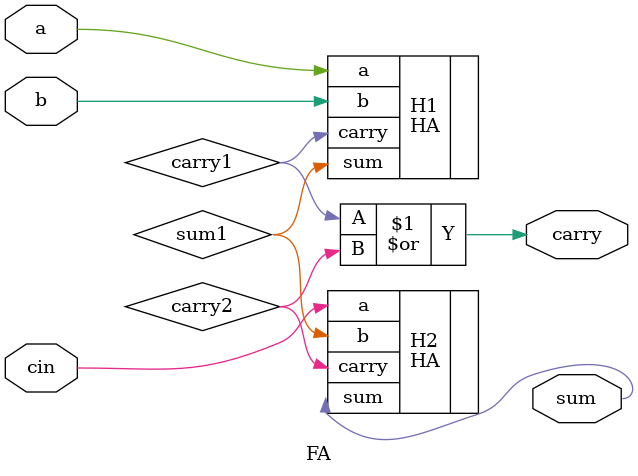
<source format=sv>
`timescale 1ns / 1ps
module FA(
  input a,
  input b,
  input cin, //carry
  output sum,
  output carry);
  logic sum1 , carry1, carry2; 
  HA H1( 
         .a(a),
         .b(b),
         .sum(sum1),
         .carry(carry1)
         );                
  HA H2(
         .a(cin),
         .b(sum1),
         .sum(sum),
         .carry(carry2));
         
  //or or_gate( carry ,c1,c2 );
   assign  carry = carry1 | carry2;
endmodule

</source>
